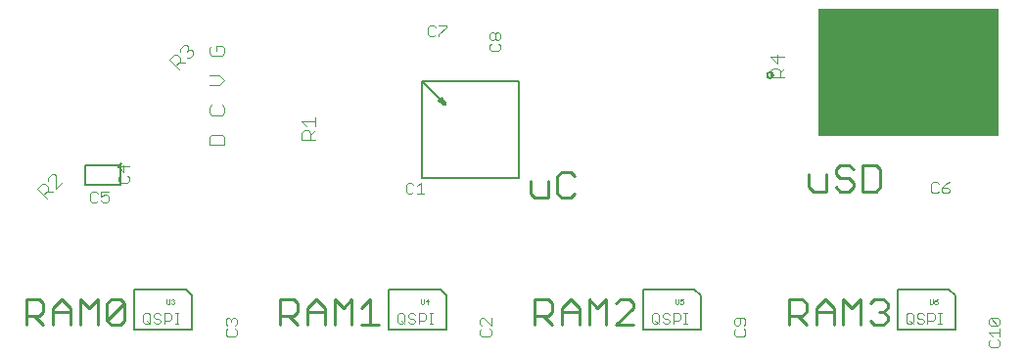
<source format=gto>
G75*
%MOIN*%
%OFA0B0*%
%FSLAX24Y24*%
%IPPOS*%
%LPD*%
%AMOC8*
5,1,8,0,0,1.08239X$1,22.5*
%
%ADD10C,0.0040*%
%ADD11C,0.0110*%
%ADD12C,0.0050*%
%ADD13C,0.0030*%
%ADD14C,0.0010*%
%ADD15R,0.6142X0.4331*%
D10*
X005021Y013328D02*
X004696Y013654D01*
X004859Y013817D01*
X004967Y013817D01*
X005076Y013708D01*
X005076Y013600D01*
X004913Y013437D01*
X005021Y013545D02*
X005238Y013545D01*
X005347Y013654D02*
X005347Y014088D01*
X005293Y014142D01*
X005184Y014142D01*
X005076Y014034D01*
X005076Y013925D01*
X005347Y013654D02*
X005564Y013871D01*
X010558Y015151D02*
X010558Y015407D01*
X010643Y015492D01*
X010984Y015492D01*
X011069Y015407D01*
X011069Y015151D01*
X010558Y015151D01*
X010643Y016164D02*
X010984Y016164D01*
X011069Y016249D01*
X011069Y016420D01*
X010984Y016505D01*
X010643Y016505D02*
X010558Y016420D01*
X010558Y016249D01*
X010643Y016164D01*
X010558Y017177D02*
X010898Y017177D01*
X011069Y017347D01*
X010898Y017518D01*
X010558Y017518D01*
X010643Y018190D02*
X010984Y018190D01*
X011069Y018275D01*
X011069Y018445D01*
X010984Y018530D01*
X010813Y018530D01*
X010813Y018360D01*
X010643Y018190D02*
X010558Y018275D01*
X010558Y018445D01*
X010643Y018530D01*
X010010Y018325D02*
X010010Y018217D01*
X009901Y018108D01*
X009793Y018108D01*
X009738Y017945D02*
X009521Y017945D01*
X009576Y018000D02*
X009413Y017837D01*
X009521Y017728D02*
X009196Y018054D01*
X009359Y018217D01*
X009467Y018217D01*
X009576Y018108D01*
X009576Y018000D01*
X009576Y018325D02*
X009576Y018434D01*
X009684Y018542D01*
X009793Y018542D01*
X009847Y018488D01*
X009847Y018379D01*
X009955Y018379D01*
X010010Y018325D01*
X009847Y018379D02*
X009793Y018325D01*
X013708Y015945D02*
X014169Y015945D01*
X014169Y016098D02*
X014169Y015791D01*
X014169Y015638D02*
X014015Y015484D01*
X014015Y015561D02*
X014015Y015331D01*
X014169Y015331D02*
X013708Y015331D01*
X013708Y015561D01*
X013785Y015638D01*
X013938Y015638D01*
X014015Y015561D01*
X013862Y015791D02*
X013708Y015945D01*
X029677Y017459D02*
X029677Y017689D01*
X029753Y017766D01*
X029907Y017766D01*
X029984Y017689D01*
X029984Y017459D01*
X029984Y017612D02*
X030137Y017766D01*
X029907Y017919D02*
X029907Y018226D01*
X030137Y018149D02*
X029677Y018149D01*
X029907Y017919D01*
X030137Y017459D02*
X029677Y017459D01*
D11*
X032038Y014452D02*
X031889Y014304D01*
X031889Y014155D01*
X032038Y014007D01*
X032335Y014007D01*
X032483Y013858D01*
X032483Y013710D01*
X032335Y013561D01*
X032038Y013561D01*
X031889Y013710D01*
X031562Y013561D02*
X031562Y014155D01*
X030969Y014155D02*
X030969Y013710D01*
X031117Y013561D01*
X031562Y013561D01*
X032335Y014452D02*
X032483Y014304D01*
X032335Y014452D02*
X032038Y014452D01*
X032810Y014452D02*
X033256Y014452D01*
X033404Y014304D01*
X033404Y013710D01*
X033256Y013561D01*
X032810Y013561D01*
X032810Y014452D01*
X032738Y009898D02*
X032738Y009007D01*
X033065Y009156D02*
X033213Y009007D01*
X033510Y009007D01*
X033659Y009156D01*
X033659Y009304D01*
X033510Y009453D01*
X033362Y009453D01*
X033510Y009453D02*
X033659Y009601D01*
X033659Y009750D01*
X033510Y009898D01*
X033213Y009898D01*
X033065Y009750D01*
X032738Y009898D02*
X032441Y009601D01*
X032144Y009898D01*
X032144Y009007D01*
X031817Y009007D02*
X031817Y009601D01*
X031520Y009898D01*
X031223Y009601D01*
X031223Y009007D01*
X030896Y009007D02*
X030600Y009304D01*
X030748Y009304D02*
X030303Y009304D01*
X030303Y009007D02*
X030303Y009898D01*
X030748Y009898D01*
X030896Y009750D01*
X030896Y009453D01*
X030748Y009304D01*
X031223Y009453D02*
X031817Y009453D01*
X024997Y009601D02*
X024997Y009750D01*
X024849Y009898D01*
X024552Y009898D01*
X024404Y009750D01*
X024077Y009898D02*
X024077Y009007D01*
X024404Y009007D02*
X024997Y009601D01*
X024997Y009007D02*
X024404Y009007D01*
X023483Y009007D02*
X023483Y009898D01*
X023780Y009601D01*
X024077Y009898D01*
X023156Y009601D02*
X023156Y009007D01*
X023156Y009453D02*
X022562Y009453D01*
X022562Y009601D02*
X022859Y009898D01*
X023156Y009601D01*
X022562Y009601D02*
X022562Y009007D01*
X022235Y009007D02*
X021938Y009304D01*
X022087Y009304D02*
X021641Y009304D01*
X021641Y009007D02*
X021641Y009898D01*
X022087Y009898D01*
X022235Y009750D01*
X022235Y009453D01*
X022087Y009304D01*
X016336Y009007D02*
X015742Y009007D01*
X016039Y009007D02*
X016039Y009898D01*
X015742Y009601D01*
X015415Y009898D02*
X015415Y009007D01*
X014821Y009007D02*
X014821Y009898D01*
X015118Y009601D01*
X015415Y009898D01*
X014494Y009601D02*
X014494Y009007D01*
X014494Y009453D02*
X013901Y009453D01*
X013901Y009601D02*
X014198Y009898D01*
X014494Y009601D01*
X013901Y009601D02*
X013901Y009007D01*
X013574Y009007D02*
X013277Y009304D01*
X013425Y009304D02*
X012980Y009304D01*
X012980Y009007D02*
X012980Y009898D01*
X013425Y009898D01*
X013574Y009750D01*
X013574Y009453D01*
X013425Y009304D01*
X007675Y009156D02*
X007526Y009007D01*
X007229Y009007D01*
X007081Y009156D01*
X007675Y009750D01*
X007675Y009156D01*
X007081Y009156D02*
X007081Y009750D01*
X007229Y009898D01*
X007526Y009898D01*
X007675Y009750D01*
X006754Y009898D02*
X006754Y009007D01*
X006160Y009007D02*
X006160Y009898D01*
X006457Y009601D01*
X006754Y009898D01*
X005833Y009601D02*
X005833Y009007D01*
X005239Y009007D02*
X005239Y009601D01*
X005536Y009898D01*
X005833Y009601D01*
X005833Y009453D02*
X005239Y009453D01*
X004912Y009453D02*
X004764Y009304D01*
X004318Y009304D01*
X004318Y009007D02*
X004318Y009898D01*
X004764Y009898D01*
X004912Y009750D01*
X004912Y009453D01*
X004615Y009304D02*
X004912Y009007D01*
X021494Y013485D02*
X021642Y013336D01*
X022087Y013336D01*
X022087Y013930D01*
X022414Y014079D02*
X022563Y014227D01*
X022860Y014227D01*
X023008Y014079D01*
X022414Y014079D02*
X022414Y013485D01*
X022563Y013336D01*
X022860Y013336D01*
X023008Y013485D01*
X021494Y013485D02*
X021494Y013930D01*
D12*
X021092Y014028D02*
X017785Y014028D01*
X017785Y017335D01*
X018612Y016508D01*
X018533Y016508D01*
X018376Y016666D01*
X018454Y016744D01*
X018612Y016587D01*
X018612Y016508D01*
X017785Y017335D02*
X021092Y017335D01*
X021092Y014028D01*
X018417Y010232D02*
X016665Y010232D01*
X016665Y008854D01*
X018633Y008854D01*
X018633Y010015D01*
X018417Y010232D01*
X025326Y010232D02*
X025326Y008854D01*
X027295Y008854D01*
X027295Y010015D01*
X027078Y010232D01*
X025326Y010232D01*
X033988Y010232D02*
X033988Y008854D01*
X035956Y008854D01*
X035956Y010015D01*
X035740Y010232D01*
X033988Y010232D01*
X029553Y017530D02*
X029555Y017550D01*
X029561Y017568D01*
X029570Y017586D01*
X029582Y017601D01*
X029597Y017613D01*
X029615Y017622D01*
X029633Y017628D01*
X029653Y017630D01*
X029673Y017628D01*
X029691Y017622D01*
X029709Y017613D01*
X029724Y017601D01*
X029736Y017586D01*
X029745Y017568D01*
X029751Y017550D01*
X029753Y017530D01*
X029751Y017510D01*
X029745Y017492D01*
X029736Y017474D01*
X029724Y017459D01*
X029709Y017447D01*
X029691Y017438D01*
X029673Y017432D01*
X029653Y017430D01*
X029633Y017432D01*
X029615Y017438D01*
X029597Y017447D01*
X029582Y017459D01*
X029570Y017474D01*
X029561Y017492D01*
X029555Y017510D01*
X029553Y017530D01*
X009972Y010015D02*
X009972Y008854D01*
X008004Y008854D01*
X008004Y010232D01*
X009756Y010232D01*
X009972Y010015D01*
X007529Y013797D02*
X006348Y013797D01*
X006348Y014466D01*
X007529Y014466D01*
X007529Y013797D01*
X007450Y014387D02*
X007569Y014506D01*
D13*
X011119Y008686D02*
X011180Y008624D01*
X011427Y008624D01*
X011489Y008686D01*
X011489Y008810D01*
X011427Y008871D01*
X011427Y008993D02*
X011489Y009054D01*
X011489Y009178D01*
X011427Y009240D01*
X011365Y009240D01*
X011304Y009178D01*
X011304Y009116D01*
X011304Y009178D02*
X011242Y009240D01*
X011180Y009240D01*
X011119Y009178D01*
X011119Y009054D01*
X011180Y008993D01*
X011180Y008871D02*
X011119Y008810D01*
X011119Y008686D01*
X009512Y009046D02*
X009391Y009046D01*
X009452Y009046D02*
X009452Y009410D01*
X009512Y009410D02*
X009391Y009410D01*
X009271Y009349D02*
X009271Y009228D01*
X009211Y009167D01*
X009029Y009167D01*
X008909Y009167D02*
X008909Y009107D01*
X008848Y009046D01*
X008727Y009046D01*
X008666Y009107D01*
X008546Y009107D02*
X008486Y009046D01*
X008364Y009046D01*
X008303Y009107D01*
X008303Y009349D01*
X008364Y009410D01*
X008486Y009410D01*
X008546Y009349D01*
X008546Y009107D01*
X008546Y009046D02*
X008425Y009167D01*
X008666Y009289D02*
X008666Y009349D01*
X008727Y009410D01*
X008848Y009410D01*
X008909Y009349D01*
X009029Y009410D02*
X009211Y009410D01*
X009271Y009349D01*
X009029Y009410D02*
X009029Y009046D01*
X008909Y009167D02*
X008848Y009228D01*
X008727Y009228D01*
X008666Y009289D01*
X007063Y013191D02*
X006940Y013191D01*
X006878Y013253D01*
X006757Y013253D02*
X006695Y013191D01*
X006572Y013191D01*
X006510Y013253D01*
X006510Y013500D01*
X006572Y013561D01*
X006695Y013561D01*
X006757Y013500D01*
X006878Y013561D02*
X006878Y013376D01*
X007002Y013438D01*
X007063Y013438D01*
X007125Y013376D01*
X007125Y013253D01*
X007063Y013191D01*
X007125Y013561D02*
X006878Y013561D01*
X007459Y013915D02*
X007520Y013853D01*
X007767Y013853D01*
X007829Y013915D01*
X007829Y014038D01*
X007767Y014100D01*
X007644Y014221D02*
X007644Y014468D01*
X007829Y014406D02*
X007459Y014406D01*
X007644Y014221D01*
X007520Y014100D02*
X007459Y014038D01*
X007459Y013915D01*
X016965Y009349D02*
X016965Y009107D01*
X017026Y009046D01*
X017147Y009046D01*
X017208Y009107D01*
X017208Y009349D01*
X017147Y009410D01*
X017026Y009410D01*
X016965Y009349D01*
X017086Y009167D02*
X017208Y009046D01*
X017327Y009107D02*
X017388Y009046D01*
X017509Y009046D01*
X017570Y009107D01*
X017570Y009167D01*
X017509Y009228D01*
X017388Y009228D01*
X017327Y009289D01*
X017327Y009349D01*
X017388Y009410D01*
X017509Y009410D01*
X017570Y009349D01*
X017690Y009410D02*
X017872Y009410D01*
X017933Y009349D01*
X017933Y009228D01*
X017872Y009167D01*
X017690Y009167D01*
X017690Y009046D02*
X017690Y009410D01*
X018052Y009410D02*
X018174Y009410D01*
X018113Y009410D02*
X018113Y009046D01*
X018052Y009046D02*
X018174Y009046D01*
X019780Y009054D02*
X019842Y008993D01*
X019780Y009054D02*
X019780Y009178D01*
X019842Y009240D01*
X019903Y009240D01*
X020150Y008993D01*
X020150Y009240D01*
X020089Y008871D02*
X020150Y008810D01*
X020150Y008686D01*
X020089Y008624D01*
X019842Y008624D01*
X019780Y008686D01*
X019780Y008810D01*
X019842Y008871D01*
X025626Y009107D02*
X025687Y009046D01*
X025808Y009046D01*
X025869Y009107D01*
X025869Y009349D01*
X025808Y009410D01*
X025687Y009410D01*
X025626Y009349D01*
X025626Y009107D01*
X025748Y009167D02*
X025869Y009046D01*
X025989Y009107D02*
X026050Y009046D01*
X026171Y009046D01*
X026232Y009107D01*
X026232Y009167D01*
X026171Y009228D01*
X026050Y009228D01*
X025989Y009289D01*
X025989Y009349D01*
X026050Y009410D01*
X026171Y009410D01*
X026232Y009349D01*
X026351Y009410D02*
X026533Y009410D01*
X026594Y009349D01*
X026594Y009228D01*
X026533Y009167D01*
X026351Y009167D01*
X026351Y009046D02*
X026351Y009410D01*
X026714Y009410D02*
X026835Y009410D01*
X026775Y009410D02*
X026775Y009046D01*
X026835Y009046D02*
X026714Y009046D01*
X028441Y009054D02*
X028503Y008993D01*
X028565Y008993D01*
X028627Y009054D01*
X028627Y009240D01*
X028750Y009240D02*
X028503Y009240D01*
X028441Y009178D01*
X028441Y009054D01*
X028503Y008871D02*
X028441Y008810D01*
X028441Y008686D01*
X028503Y008624D01*
X028750Y008624D01*
X028812Y008686D01*
X028812Y008810D01*
X028750Y008871D01*
X028750Y008993D02*
X028812Y009054D01*
X028812Y009178D01*
X028750Y009240D01*
X034288Y009107D02*
X034288Y009349D01*
X034348Y009410D01*
X034470Y009410D01*
X034530Y009349D01*
X034530Y009107D01*
X034470Y009046D01*
X034348Y009046D01*
X034288Y009107D01*
X034409Y009167D02*
X034530Y009046D01*
X034650Y009107D02*
X034711Y009046D01*
X034832Y009046D01*
X034893Y009107D01*
X034893Y009167D01*
X034832Y009228D01*
X034711Y009228D01*
X034650Y009289D01*
X034650Y009349D01*
X034711Y009410D01*
X034832Y009410D01*
X034893Y009349D01*
X035013Y009410D02*
X035195Y009410D01*
X035255Y009349D01*
X035255Y009228D01*
X035195Y009167D01*
X035013Y009167D01*
X035013Y009046D02*
X035013Y009410D01*
X035375Y009410D02*
X035497Y009410D01*
X035436Y009410D02*
X035436Y009046D01*
X035375Y009046D02*
X035497Y009046D01*
X037103Y009054D02*
X037103Y009178D01*
X037165Y009240D01*
X037411Y008993D01*
X037473Y009054D01*
X037473Y009178D01*
X037411Y009240D01*
X037165Y009240D01*
X037103Y009054D02*
X037165Y008993D01*
X037411Y008993D01*
X037473Y008871D02*
X037473Y008624D01*
X037473Y008748D02*
X037103Y008748D01*
X037226Y008624D01*
X037165Y008503D02*
X037103Y008441D01*
X037103Y008318D01*
X037165Y008256D01*
X037411Y008256D01*
X037473Y008318D01*
X037473Y008441D01*
X037411Y008503D01*
X035689Y013502D02*
X035751Y013564D01*
X035751Y013625D01*
X035689Y013687D01*
X035504Y013687D01*
X035504Y013564D01*
X035566Y013502D01*
X035689Y013502D01*
X035504Y013687D02*
X035627Y013811D01*
X035751Y013872D01*
X035383Y013811D02*
X035321Y013872D01*
X035197Y013872D01*
X035136Y013811D01*
X035136Y013564D01*
X035197Y013502D01*
X035321Y013502D01*
X035383Y013564D01*
X020468Y018415D02*
X020468Y018539D01*
X020406Y018600D01*
X020406Y018722D02*
X020345Y018722D01*
X020283Y018784D01*
X020283Y018907D01*
X020345Y018969D01*
X020406Y018969D01*
X020468Y018907D01*
X020468Y018784D01*
X020406Y018722D01*
X020283Y018784D02*
X020221Y018722D01*
X020159Y018722D01*
X020098Y018784D01*
X020098Y018907D01*
X020159Y018969D01*
X020221Y018969D01*
X020283Y018907D01*
X020159Y018600D02*
X020098Y018539D01*
X020098Y018415D01*
X020159Y018354D01*
X020406Y018354D01*
X020468Y018415D01*
X018625Y019150D02*
X018378Y018903D01*
X018378Y018841D01*
X018257Y018903D02*
X018195Y018841D01*
X018072Y018841D01*
X018010Y018903D01*
X018010Y019150D01*
X018072Y019211D01*
X018195Y019211D01*
X018257Y019150D01*
X018378Y019211D02*
X018625Y019211D01*
X018625Y019150D01*
X017752Y013861D02*
X017752Y013491D01*
X017875Y013491D02*
X017628Y013491D01*
X017507Y013553D02*
X017445Y013491D01*
X017322Y013491D01*
X017260Y013553D01*
X017260Y013800D01*
X017322Y013861D01*
X017445Y013861D01*
X017507Y013800D01*
X017628Y013738D02*
X017752Y013861D01*
D14*
X017761Y009892D02*
X017761Y009753D01*
X017789Y009725D01*
X017845Y009725D01*
X017873Y009753D01*
X017873Y009892D01*
X017924Y009809D02*
X018036Y009809D01*
X018008Y009892D02*
X017924Y009809D01*
X018008Y009725D02*
X018008Y009892D01*
X026422Y009892D02*
X026422Y009753D01*
X026450Y009725D01*
X026506Y009725D01*
X026534Y009753D01*
X026534Y009892D01*
X026586Y009892D02*
X026586Y009809D01*
X026641Y009837D01*
X026669Y009837D01*
X026697Y009809D01*
X026697Y009753D01*
X026669Y009725D01*
X026613Y009725D01*
X026586Y009753D01*
X026586Y009892D02*
X026697Y009892D01*
X035084Y009892D02*
X035084Y009753D01*
X035112Y009725D01*
X035168Y009725D01*
X035195Y009753D01*
X035195Y009892D01*
X035247Y009809D02*
X035331Y009809D01*
X035359Y009781D01*
X035359Y009753D01*
X035331Y009725D01*
X035275Y009725D01*
X035247Y009753D01*
X035247Y009809D01*
X035303Y009865D01*
X035359Y009892D01*
X009374Y009865D02*
X009374Y009837D01*
X009346Y009809D01*
X009374Y009781D01*
X009374Y009753D01*
X009346Y009725D01*
X009291Y009725D01*
X009263Y009753D01*
X009211Y009753D02*
X009211Y009892D01*
X009263Y009865D02*
X009291Y009892D01*
X009346Y009892D01*
X009374Y009865D01*
X009346Y009809D02*
X009319Y009809D01*
X009211Y009753D02*
X009183Y009725D01*
X009127Y009725D01*
X009100Y009753D01*
X009100Y009892D01*
D15*
X034382Y017626D03*
M02*

</source>
